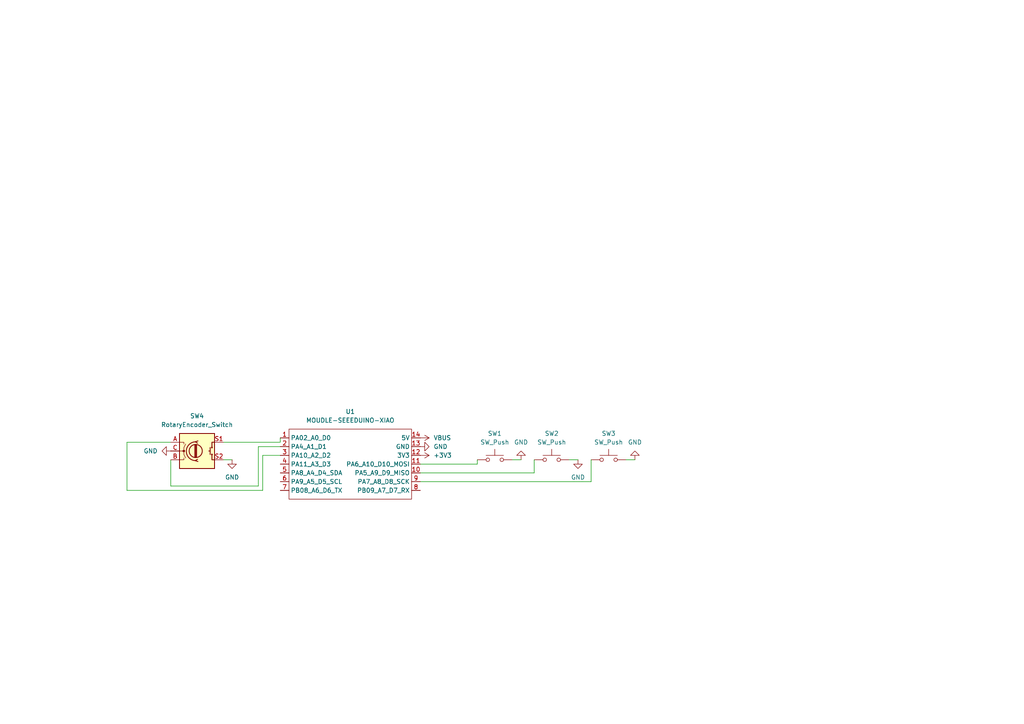
<source format=kicad_sch>
(kicad_sch
	(version 20250114)
	(generator "eeschema")
	(generator_version "9.0")
	(uuid "cb75c3c4-471f-4960-9387-f231c1af4c95")
	(paper "A4")
	(lib_symbols
		(symbol "Device:RotaryEncoder_Switch"
			(pin_names
				(offset 0.254)
				(hide yes)
			)
			(exclude_from_sim no)
			(in_bom yes)
			(on_board yes)
			(property "Reference" "SW"
				(at 0 6.604 0)
				(effects
					(font
						(size 1.27 1.27)
					)
				)
			)
			(property "Value" "RotaryEncoder_Switch"
				(at 0 -6.604 0)
				(effects
					(font
						(size 1.27 1.27)
					)
				)
			)
			(property "Footprint" ""
				(at -3.81 4.064 0)
				(effects
					(font
						(size 1.27 1.27)
					)
					(hide yes)
				)
			)
			(property "Datasheet" "~"
				(at 0 6.604 0)
				(effects
					(font
						(size 1.27 1.27)
					)
					(hide yes)
				)
			)
			(property "Description" "Rotary encoder, dual channel, incremental quadrate outputs, with switch"
				(at 0 0 0)
				(effects
					(font
						(size 1.27 1.27)
					)
					(hide yes)
				)
			)
			(property "ki_keywords" "rotary switch encoder switch push button"
				(at 0 0 0)
				(effects
					(font
						(size 1.27 1.27)
					)
					(hide yes)
				)
			)
			(property "ki_fp_filters" "RotaryEncoder*Switch*"
				(at 0 0 0)
				(effects
					(font
						(size 1.27 1.27)
					)
					(hide yes)
				)
			)
			(symbol "RotaryEncoder_Switch_0_1"
				(rectangle
					(start -5.08 5.08)
					(end 5.08 -5.08)
					(stroke
						(width 0.254)
						(type default)
					)
					(fill
						(type background)
					)
				)
				(polyline
					(pts
						(xy -5.08 2.54) (xy -3.81 2.54) (xy -3.81 2.032)
					)
					(stroke
						(width 0)
						(type default)
					)
					(fill
						(type none)
					)
				)
				(polyline
					(pts
						(xy -5.08 0) (xy -3.81 0) (xy -3.81 -1.016) (xy -3.302 -2.032)
					)
					(stroke
						(width 0)
						(type default)
					)
					(fill
						(type none)
					)
				)
				(polyline
					(pts
						(xy -5.08 -2.54) (xy -3.81 -2.54) (xy -3.81 -2.032)
					)
					(stroke
						(width 0)
						(type default)
					)
					(fill
						(type none)
					)
				)
				(polyline
					(pts
						(xy -4.318 0) (xy -3.81 0) (xy -3.81 1.016) (xy -3.302 2.032)
					)
					(stroke
						(width 0)
						(type default)
					)
					(fill
						(type none)
					)
				)
				(circle
					(center -3.81 0)
					(radius 0.254)
					(stroke
						(width 0)
						(type default)
					)
					(fill
						(type outline)
					)
				)
				(polyline
					(pts
						(xy -0.635 -1.778) (xy -0.635 1.778)
					)
					(stroke
						(width 0.254)
						(type default)
					)
					(fill
						(type none)
					)
				)
				(circle
					(center -0.381 0)
					(radius 1.905)
					(stroke
						(width 0.254)
						(type default)
					)
					(fill
						(type none)
					)
				)
				(polyline
					(pts
						(xy -0.381 -1.778) (xy -0.381 1.778)
					)
					(stroke
						(width 0.254)
						(type default)
					)
					(fill
						(type none)
					)
				)
				(arc
					(start -0.381 -2.794)
					(mid -3.0988 -0.0635)
					(end -0.381 2.667)
					(stroke
						(width 0.254)
						(type default)
					)
					(fill
						(type none)
					)
				)
				(polyline
					(pts
						(xy -0.127 1.778) (xy -0.127 -1.778)
					)
					(stroke
						(width 0.254)
						(type default)
					)
					(fill
						(type none)
					)
				)
				(polyline
					(pts
						(xy 0.254 2.921) (xy -0.508 2.667) (xy 0.127 2.286)
					)
					(stroke
						(width 0.254)
						(type default)
					)
					(fill
						(type none)
					)
				)
				(polyline
					(pts
						(xy 0.254 -3.048) (xy -0.508 -2.794) (xy 0.127 -2.413)
					)
					(stroke
						(width 0.254)
						(type default)
					)
					(fill
						(type none)
					)
				)
				(polyline
					(pts
						(xy 3.81 1.016) (xy 3.81 -1.016)
					)
					(stroke
						(width 0.254)
						(type default)
					)
					(fill
						(type none)
					)
				)
				(polyline
					(pts
						(xy 3.81 0) (xy 3.429 0)
					)
					(stroke
						(width 0.254)
						(type default)
					)
					(fill
						(type none)
					)
				)
				(circle
					(center 4.318 1.016)
					(radius 0.127)
					(stroke
						(width 0.254)
						(type default)
					)
					(fill
						(type none)
					)
				)
				(circle
					(center 4.318 -1.016)
					(radius 0.127)
					(stroke
						(width 0.254)
						(type default)
					)
					(fill
						(type none)
					)
				)
				(polyline
					(pts
						(xy 5.08 2.54) (xy 4.318 2.54) (xy 4.318 1.016)
					)
					(stroke
						(width 0.254)
						(type default)
					)
					(fill
						(type none)
					)
				)
				(polyline
					(pts
						(xy 5.08 -2.54) (xy 4.318 -2.54) (xy 4.318 -1.016)
					)
					(stroke
						(width 0.254)
						(type default)
					)
					(fill
						(type none)
					)
				)
			)
			(symbol "RotaryEncoder_Switch_1_1"
				(pin passive line
					(at -7.62 2.54 0)
					(length 2.54)
					(name "A"
						(effects
							(font
								(size 1.27 1.27)
							)
						)
					)
					(number "A"
						(effects
							(font
								(size 1.27 1.27)
							)
						)
					)
				)
				(pin passive line
					(at -7.62 0 0)
					(length 2.54)
					(name "C"
						(effects
							(font
								(size 1.27 1.27)
							)
						)
					)
					(number "C"
						(effects
							(font
								(size 1.27 1.27)
							)
						)
					)
				)
				(pin passive line
					(at -7.62 -2.54 0)
					(length 2.54)
					(name "B"
						(effects
							(font
								(size 1.27 1.27)
							)
						)
					)
					(number "B"
						(effects
							(font
								(size 1.27 1.27)
							)
						)
					)
				)
				(pin passive line
					(at 7.62 2.54 180)
					(length 2.54)
					(name "S1"
						(effects
							(font
								(size 1.27 1.27)
							)
						)
					)
					(number "S1"
						(effects
							(font
								(size 1.27 1.27)
							)
						)
					)
				)
				(pin passive line
					(at 7.62 -2.54 180)
					(length 2.54)
					(name "S2"
						(effects
							(font
								(size 1.27 1.27)
							)
						)
					)
					(number "S2"
						(effects
							(font
								(size 1.27 1.27)
							)
						)
					)
				)
			)
			(embedded_fonts no)
		)
		(symbol "Switch:SW_Push"
			(pin_numbers
				(hide yes)
			)
			(pin_names
				(offset 1.016)
				(hide yes)
			)
			(exclude_from_sim no)
			(in_bom yes)
			(on_board yes)
			(property "Reference" "SW"
				(at 1.27 2.54 0)
				(effects
					(font
						(size 1.27 1.27)
					)
					(justify left)
				)
			)
			(property "Value" "SW_Push"
				(at 0 -1.524 0)
				(effects
					(font
						(size 1.27 1.27)
					)
				)
			)
			(property "Footprint" ""
				(at 0 5.08 0)
				(effects
					(font
						(size 1.27 1.27)
					)
					(hide yes)
				)
			)
			(property "Datasheet" "~"
				(at 0 5.08 0)
				(effects
					(font
						(size 1.27 1.27)
					)
					(hide yes)
				)
			)
			(property "Description" "Push button switch, generic, two pins"
				(at 0 0 0)
				(effects
					(font
						(size 1.27 1.27)
					)
					(hide yes)
				)
			)
			(property "ki_keywords" "switch normally-open pushbutton push-button"
				(at 0 0 0)
				(effects
					(font
						(size 1.27 1.27)
					)
					(hide yes)
				)
			)
			(symbol "SW_Push_0_1"
				(circle
					(center -2.032 0)
					(radius 0.508)
					(stroke
						(width 0)
						(type default)
					)
					(fill
						(type none)
					)
				)
				(polyline
					(pts
						(xy 0 1.27) (xy 0 3.048)
					)
					(stroke
						(width 0)
						(type default)
					)
					(fill
						(type none)
					)
				)
				(circle
					(center 2.032 0)
					(radius 0.508)
					(stroke
						(width 0)
						(type default)
					)
					(fill
						(type none)
					)
				)
				(polyline
					(pts
						(xy 2.54 1.27) (xy -2.54 1.27)
					)
					(stroke
						(width 0)
						(type default)
					)
					(fill
						(type none)
					)
				)
				(pin passive line
					(at -5.08 0 0)
					(length 2.54)
					(name "1"
						(effects
							(font
								(size 1.27 1.27)
							)
						)
					)
					(number "1"
						(effects
							(font
								(size 1.27 1.27)
							)
						)
					)
				)
				(pin passive line
					(at 5.08 0 180)
					(length 2.54)
					(name "2"
						(effects
							(font
								(size 1.27 1.27)
							)
						)
					)
					(number "2"
						(effects
							(font
								(size 1.27 1.27)
							)
						)
					)
				)
			)
			(embedded_fonts no)
		)
		(symbol "XIAO RP2040:MOUDLE-SEEEDUINO-XIAO"
			(exclude_from_sim no)
			(in_bom yes)
			(on_board yes)
			(property "Reference" "U"
				(at -16.51 11.43 0)
				(effects
					(font
						(size 1.27 1.27)
					)
				)
			)
			(property "Value" "MOUDLE-SEEEDUINO-XIAO"
				(at -3.81 -11.43 0)
				(effects
					(font
						(size 1.27 1.27)
					)
				)
			)
			(property "Footprint" ""
				(at -16.51 2.54 0)
				(effects
					(font
						(size 1.27 1.27)
					)
					(hide yes)
				)
			)
			(property "Datasheet" ""
				(at -16.51 2.54 0)
				(effects
					(font
						(size 1.27 1.27)
					)
					(hide yes)
				)
			)
			(property "Description" ""
				(at 0 0 0)
				(effects
					(font
						(size 1.27 1.27)
					)
					(hide yes)
				)
			)
			(symbol "MOUDLE-SEEEDUINO-XIAO_0_1"
				(rectangle
					(start -16.51 10.16)
					(end 19.05 -10.16)
					(stroke
						(width 0)
						(type default)
					)
					(fill
						(type none)
					)
				)
			)
			(symbol "MOUDLE-SEEEDUINO-XIAO_1_1"
				(pin passive line
					(at -19.05 7.62 0)
					(length 2.54)
					(name "PA02_A0_D0"
						(effects
							(font
								(size 1.27 1.27)
							)
						)
					)
					(number "1"
						(effects
							(font
								(size 1.27 1.27)
							)
						)
					)
				)
				(pin passive line
					(at -19.05 5.08 0)
					(length 2.54)
					(name "PA4_A1_D1"
						(effects
							(font
								(size 1.27 1.27)
							)
						)
					)
					(number "2"
						(effects
							(font
								(size 1.27 1.27)
							)
						)
					)
				)
				(pin passive line
					(at -19.05 2.54 0)
					(length 2.54)
					(name "PA10_A2_D2"
						(effects
							(font
								(size 1.27 1.27)
							)
						)
					)
					(number "3"
						(effects
							(font
								(size 1.27 1.27)
							)
						)
					)
				)
				(pin passive line
					(at -19.05 0 0)
					(length 2.54)
					(name "PA11_A3_D3"
						(effects
							(font
								(size 1.27 1.27)
							)
						)
					)
					(number "4"
						(effects
							(font
								(size 1.27 1.27)
							)
						)
					)
				)
				(pin passive line
					(at -19.05 -2.54 0)
					(length 2.54)
					(name "PA8_A4_D4_SDA"
						(effects
							(font
								(size 1.27 1.27)
							)
						)
					)
					(number "5"
						(effects
							(font
								(size 1.27 1.27)
							)
						)
					)
				)
				(pin passive line
					(at -19.05 -5.08 0)
					(length 2.54)
					(name "PA9_A5_D5_SCL"
						(effects
							(font
								(size 1.27 1.27)
							)
						)
					)
					(number "6"
						(effects
							(font
								(size 1.27 1.27)
							)
						)
					)
				)
				(pin passive line
					(at -19.05 -7.62 0)
					(length 2.54)
					(name "PB08_A6_D6_TX"
						(effects
							(font
								(size 1.27 1.27)
							)
						)
					)
					(number "7"
						(effects
							(font
								(size 1.27 1.27)
							)
						)
					)
				)
				(pin passive line
					(at 21.59 7.62 180)
					(length 2.54)
					(name "5V"
						(effects
							(font
								(size 1.27 1.27)
							)
						)
					)
					(number "14"
						(effects
							(font
								(size 1.27 1.27)
							)
						)
					)
				)
				(pin passive line
					(at 21.59 5.08 180)
					(length 2.54)
					(name "GND"
						(effects
							(font
								(size 1.27 1.27)
							)
						)
					)
					(number "13"
						(effects
							(font
								(size 1.27 1.27)
							)
						)
					)
				)
				(pin passive line
					(at 21.59 2.54 180)
					(length 2.54)
					(name "3V3"
						(effects
							(font
								(size 1.27 1.27)
							)
						)
					)
					(number "12"
						(effects
							(font
								(size 1.27 1.27)
							)
						)
					)
				)
				(pin passive line
					(at 21.59 0 180)
					(length 2.54)
					(name "PA6_A10_D10_MOSI"
						(effects
							(font
								(size 1.27 1.27)
							)
						)
					)
					(number "11"
						(effects
							(font
								(size 1.27 1.27)
							)
						)
					)
				)
				(pin passive line
					(at 21.59 -2.54 180)
					(length 2.54)
					(name "PA5_A9_D9_MISO"
						(effects
							(font
								(size 1.27 1.27)
							)
						)
					)
					(number "10"
						(effects
							(font
								(size 1.27 1.27)
							)
						)
					)
				)
				(pin passive line
					(at 21.59 -5.08 180)
					(length 2.54)
					(name "PA7_A8_D8_SCK"
						(effects
							(font
								(size 1.27 1.27)
							)
						)
					)
					(number "9"
						(effects
							(font
								(size 1.27 1.27)
							)
						)
					)
				)
				(pin passive line
					(at 21.59 -7.62 180)
					(length 2.54)
					(name "PB09_A7_D7_RX"
						(effects
							(font
								(size 1.27 1.27)
							)
						)
					)
					(number "8"
						(effects
							(font
								(size 1.27 1.27)
							)
						)
					)
				)
			)
			(embedded_fonts no)
		)
		(symbol "power:+3V3"
			(power)
			(pin_numbers
				(hide yes)
			)
			(pin_names
				(offset 0)
				(hide yes)
			)
			(exclude_from_sim no)
			(in_bom yes)
			(on_board yes)
			(property "Reference" "#PWR"
				(at 0 -3.81 0)
				(effects
					(font
						(size 1.27 1.27)
					)
					(hide yes)
				)
			)
			(property "Value" "+3V3"
				(at 0 3.556 0)
				(effects
					(font
						(size 1.27 1.27)
					)
				)
			)
			(property "Footprint" ""
				(at 0 0 0)
				(effects
					(font
						(size 1.27 1.27)
					)
					(hide yes)
				)
			)
			(property "Datasheet" ""
				(at 0 0 0)
				(effects
					(font
						(size 1.27 1.27)
					)
					(hide yes)
				)
			)
			(property "Description" "Power symbol creates a global label with name \"+3V3\""
				(at 0 0 0)
				(effects
					(font
						(size 1.27 1.27)
					)
					(hide yes)
				)
			)
			(property "ki_keywords" "global power"
				(at 0 0 0)
				(effects
					(font
						(size 1.27 1.27)
					)
					(hide yes)
				)
			)
			(symbol "+3V3_0_1"
				(polyline
					(pts
						(xy -0.762 1.27) (xy 0 2.54)
					)
					(stroke
						(width 0)
						(type default)
					)
					(fill
						(type none)
					)
				)
				(polyline
					(pts
						(xy 0 2.54) (xy 0.762 1.27)
					)
					(stroke
						(width 0)
						(type default)
					)
					(fill
						(type none)
					)
				)
				(polyline
					(pts
						(xy 0 0) (xy 0 2.54)
					)
					(stroke
						(width 0)
						(type default)
					)
					(fill
						(type none)
					)
				)
			)
			(symbol "+3V3_1_1"
				(pin power_in line
					(at 0 0 90)
					(length 0)
					(name "~"
						(effects
							(font
								(size 1.27 1.27)
							)
						)
					)
					(number "1"
						(effects
							(font
								(size 1.27 1.27)
							)
						)
					)
				)
			)
			(embedded_fonts no)
		)
		(symbol "power:GND"
			(power)
			(pin_numbers
				(hide yes)
			)
			(pin_names
				(offset 0)
				(hide yes)
			)
			(exclude_from_sim no)
			(in_bom yes)
			(on_board yes)
			(property "Reference" "#PWR"
				(at 0 -6.35 0)
				(effects
					(font
						(size 1.27 1.27)
					)
					(hide yes)
				)
			)
			(property "Value" "GND"
				(at 0 -3.81 0)
				(effects
					(font
						(size 1.27 1.27)
					)
				)
			)
			(property "Footprint" ""
				(at 0 0 0)
				(effects
					(font
						(size 1.27 1.27)
					)
					(hide yes)
				)
			)
			(property "Datasheet" ""
				(at 0 0 0)
				(effects
					(font
						(size 1.27 1.27)
					)
					(hide yes)
				)
			)
			(property "Description" "Power symbol creates a global label with name \"GND\" , ground"
				(at 0 0 0)
				(effects
					(font
						(size 1.27 1.27)
					)
					(hide yes)
				)
			)
			(property "ki_keywords" "global power"
				(at 0 0 0)
				(effects
					(font
						(size 1.27 1.27)
					)
					(hide yes)
				)
			)
			(symbol "GND_0_1"
				(polyline
					(pts
						(xy 0 0) (xy 0 -1.27) (xy 1.27 -1.27) (xy 0 -2.54) (xy -1.27 -1.27) (xy 0 -1.27)
					)
					(stroke
						(width 0)
						(type default)
					)
					(fill
						(type none)
					)
				)
			)
			(symbol "GND_1_1"
				(pin power_in line
					(at 0 0 270)
					(length 0)
					(name "~"
						(effects
							(font
								(size 1.27 1.27)
							)
						)
					)
					(number "1"
						(effects
							(font
								(size 1.27 1.27)
							)
						)
					)
				)
			)
			(embedded_fonts no)
		)
		(symbol "power:VBUS"
			(power)
			(pin_numbers
				(hide yes)
			)
			(pin_names
				(offset 0)
				(hide yes)
			)
			(exclude_from_sim no)
			(in_bom yes)
			(on_board yes)
			(property "Reference" "#PWR"
				(at 0 -3.81 0)
				(effects
					(font
						(size 1.27 1.27)
					)
					(hide yes)
				)
			)
			(property "Value" "VBUS"
				(at 0 3.556 0)
				(effects
					(font
						(size 1.27 1.27)
					)
				)
			)
			(property "Footprint" ""
				(at 0 0 0)
				(effects
					(font
						(size 1.27 1.27)
					)
					(hide yes)
				)
			)
			(property "Datasheet" ""
				(at 0 0 0)
				(effects
					(font
						(size 1.27 1.27)
					)
					(hide yes)
				)
			)
			(property "Description" "Power symbol creates a global label with name \"VBUS\""
				(at 0 0 0)
				(effects
					(font
						(size 1.27 1.27)
					)
					(hide yes)
				)
			)
			(property "ki_keywords" "global power"
				(at 0 0 0)
				(effects
					(font
						(size 1.27 1.27)
					)
					(hide yes)
				)
			)
			(symbol "VBUS_0_1"
				(polyline
					(pts
						(xy -0.762 1.27) (xy 0 2.54)
					)
					(stroke
						(width 0)
						(type default)
					)
					(fill
						(type none)
					)
				)
				(polyline
					(pts
						(xy 0 2.54) (xy 0.762 1.27)
					)
					(stroke
						(width 0)
						(type default)
					)
					(fill
						(type none)
					)
				)
				(polyline
					(pts
						(xy 0 0) (xy 0 2.54)
					)
					(stroke
						(width 0)
						(type default)
					)
					(fill
						(type none)
					)
				)
			)
			(symbol "VBUS_1_1"
				(pin power_in line
					(at 0 0 90)
					(length 0)
					(name "~"
						(effects
							(font
								(size 1.27 1.27)
							)
						)
					)
					(number "1"
						(effects
							(font
								(size 1.27 1.27)
							)
						)
					)
				)
			)
			(embedded_fonts no)
		)
	)
	(wire
		(pts
			(xy 138.43 134.62) (xy 138.43 133.35)
		)
		(stroke
			(width 0)
			(type default)
		)
		(uuid "01716ca4-3fc8-4fac-b3cf-d47d932b3748")
	)
	(wire
		(pts
			(xy 64.77 133.35) (xy 67.31 133.35)
		)
		(stroke
			(width 0)
			(type default)
		)
		(uuid "08ab1cf2-982c-4375-922a-c9f147ee735a")
	)
	(wire
		(pts
			(xy 121.92 134.62) (xy 138.43 134.62)
		)
		(stroke
			(width 0)
			(type default)
		)
		(uuid "0b8506b0-59df-4aad-80db-de9e7259a977")
	)
	(wire
		(pts
			(xy 148.59 133.35) (xy 151.13 133.35)
		)
		(stroke
			(width 0)
			(type default)
		)
		(uuid "180aa9ee-a6e7-4d2f-afab-50cd2628be15")
	)
	(wire
		(pts
			(xy 165.1 133.35) (xy 167.64 133.35)
		)
		(stroke
			(width 0)
			(type default)
		)
		(uuid "40380f27-3a9c-41e1-bd83-ac850dc73153")
	)
	(wire
		(pts
			(xy 64.77 128.27) (xy 81.28 128.27)
		)
		(stroke
			(width 0)
			(type default)
		)
		(uuid "51de0e46-7d0a-4cdd-8965-b396bd4b8c9b")
	)
	(wire
		(pts
			(xy 74.93 140.97) (xy 74.93 129.54)
		)
		(stroke
			(width 0)
			(type default)
		)
		(uuid "58534714-8743-496c-9118-27c4032f6ba7")
	)
	(wire
		(pts
			(xy 36.83 142.24) (xy 76.2 142.24)
		)
		(stroke
			(width 0)
			(type default)
		)
		(uuid "5f87305a-e3cb-4b05-aa6f-bf62e1561870")
	)
	(wire
		(pts
			(xy 154.94 137.16) (xy 154.94 133.35)
		)
		(stroke
			(width 0)
			(type default)
		)
		(uuid "632f7ed3-61b7-427c-ac7a-ab783a83b02c")
	)
	(wire
		(pts
			(xy 121.92 139.7) (xy 171.45 139.7)
		)
		(stroke
			(width 0)
			(type default)
		)
		(uuid "6dae4420-b93c-4155-ade0-d12c1e4f3b2f")
	)
	(wire
		(pts
			(xy 81.28 128.27) (xy 81.28 127)
		)
		(stroke
			(width 0)
			(type default)
		)
		(uuid "7052ab8d-f424-4a1c-98ca-b90403f37cbe")
	)
	(wire
		(pts
			(xy 49.53 140.97) (xy 74.93 140.97)
		)
		(stroke
			(width 0)
			(type default)
		)
		(uuid "72023b5a-f3e6-4573-b7bf-099c6d5eff1d")
	)
	(wire
		(pts
			(xy 76.2 132.08) (xy 81.28 132.08)
		)
		(stroke
			(width 0)
			(type default)
		)
		(uuid "8b7cad76-3425-4ff0-8108-fd23996ad26a")
	)
	(wire
		(pts
			(xy 74.93 129.54) (xy 81.28 129.54)
		)
		(stroke
			(width 0)
			(type default)
		)
		(uuid "940fb07e-fc5b-4551-bbe3-09b1271eee97")
	)
	(wire
		(pts
			(xy 121.92 137.16) (xy 154.94 137.16)
		)
		(stroke
			(width 0)
			(type default)
		)
		(uuid "b235bd67-05c1-4596-a1e4-3525dc391afe")
	)
	(wire
		(pts
			(xy 76.2 142.24) (xy 76.2 132.08)
		)
		(stroke
			(width 0)
			(type default)
		)
		(uuid "ceaea285-1529-4f43-a964-a9088a5a3234")
	)
	(wire
		(pts
			(xy 49.53 133.35) (xy 49.53 140.97)
		)
		(stroke
			(width 0)
			(type default)
		)
		(uuid "d4194c38-efcc-4f42-9ef3-4a6e5699aaa6")
	)
	(wire
		(pts
			(xy 49.53 128.27) (xy 36.83 128.27)
		)
		(stroke
			(width 0)
			(type default)
		)
		(uuid "d4dd7347-d65e-46fa-9e26-678d89a29cf1")
	)
	(wire
		(pts
			(xy 171.45 139.7) (xy 171.45 133.35)
		)
		(stroke
			(width 0)
			(type default)
		)
		(uuid "decd6c94-5202-4db8-8ce8-c87027e423a2")
	)
	(wire
		(pts
			(xy 181.61 133.35) (xy 184.15 133.35)
		)
		(stroke
			(width 0)
			(type default)
		)
		(uuid "e3606958-2c19-4625-b55d-2d6c0c674a8c")
	)
	(wire
		(pts
			(xy 36.83 128.27) (xy 36.83 142.24)
		)
		(stroke
			(width 0)
			(type default)
		)
		(uuid "f95bdeeb-5b92-42f3-a785-fb3367d56c89")
	)
	(symbol
		(lib_id "power:GND")
		(at 151.13 133.35 180)
		(unit 1)
		(exclude_from_sim no)
		(in_bom yes)
		(on_board yes)
		(dnp no)
		(fields_autoplaced yes)
		(uuid "15feb53f-41c0-4559-b4f8-84fd00b38db2")
		(property "Reference" "#PWR06"
			(at 151.13 127 0)
			(effects
				(font
					(size 1.27 1.27)
				)
				(hide yes)
			)
		)
		(property "Value" "GND"
			(at 151.13 128.27 0)
			(effects
				(font
					(size 1.27 1.27)
				)
			)
		)
		(property "Footprint" ""
			(at 151.13 133.35 0)
			(effects
				(font
					(size 1.27 1.27)
				)
				(hide yes)
			)
		)
		(property "Datasheet" ""
			(at 151.13 133.35 0)
			(effects
				(font
					(size 1.27 1.27)
				)
				(hide yes)
			)
		)
		(property "Description" "Power symbol creates a global label with name \"GND\" , ground"
			(at 151.13 133.35 0)
			(effects
				(font
					(size 1.27 1.27)
				)
				(hide yes)
			)
		)
		(pin "1"
			(uuid "a6fda7d7-0d0f-4eb5-8d60-43c1418ddb48")
		)
		(instances
			(project ""
				(path "/cb75c3c4-471f-4960-9387-f231c1af4c95"
					(reference "#PWR06")
					(unit 1)
				)
			)
		)
	)
	(symbol
		(lib_id "Switch:SW_Push")
		(at 143.51 133.35 0)
		(unit 1)
		(exclude_from_sim no)
		(in_bom yes)
		(on_board yes)
		(dnp no)
		(fields_autoplaced yes)
		(uuid "17094c24-147c-4a26-9ac5-b9a34e5a19fc")
		(property "Reference" "SW1"
			(at 143.51 125.73 0)
			(effects
				(font
					(size 1.27 1.27)
				)
			)
		)
		(property "Value" "SW_Push"
			(at 143.51 128.27 0)
			(effects
				(font
					(size 1.27 1.27)
				)
			)
		)
		(property "Footprint" "Button_Switch_Keyboard:SW_Cherry_MX_1.00u_PCB"
			(at 143.51 128.27 0)
			(effects
				(font
					(size 1.27 1.27)
				)
				(hide yes)
			)
		)
		(property "Datasheet" "~"
			(at 143.51 128.27 0)
			(effects
				(font
					(size 1.27 1.27)
				)
				(hide yes)
			)
		)
		(property "Description" "Push button switch, generic, two pins"
			(at 143.51 133.35 0)
			(effects
				(font
					(size 1.27 1.27)
				)
				(hide yes)
			)
		)
		(pin "2"
			(uuid "65e4927d-9f76-4e4a-af45-4813f9895769")
		)
		(pin "1"
			(uuid "2009b7bc-4dc2-4028-ad1a-a0ac07015773")
		)
		(instances
			(project ""
				(path "/cb75c3c4-471f-4960-9387-f231c1af4c95"
					(reference "SW1")
					(unit 1)
				)
			)
		)
	)
	(symbol
		(lib_id "power:GND")
		(at 167.64 133.35 0)
		(unit 1)
		(exclude_from_sim no)
		(in_bom yes)
		(on_board yes)
		(dnp no)
		(fields_autoplaced yes)
		(uuid "1d5735bc-2c17-4280-9f88-88b24aaa7e98")
		(property "Reference" "#PWR07"
			(at 167.64 139.7 0)
			(effects
				(font
					(size 1.27 1.27)
				)
				(hide yes)
			)
		)
		(property "Value" "GND"
			(at 167.64 138.43 0)
			(effects
				(font
					(size 1.27 1.27)
				)
			)
		)
		(property "Footprint" ""
			(at 167.64 133.35 0)
			(effects
				(font
					(size 1.27 1.27)
				)
				(hide yes)
			)
		)
		(property "Datasheet" ""
			(at 167.64 133.35 0)
			(effects
				(font
					(size 1.27 1.27)
				)
				(hide yes)
			)
		)
		(property "Description" "Power symbol creates a global label with name \"GND\" , ground"
			(at 167.64 133.35 0)
			(effects
				(font
					(size 1.27 1.27)
				)
				(hide yes)
			)
		)
		(pin "1"
			(uuid "016805fd-c373-48cf-bca5-ce77cd521ee8")
		)
		(instances
			(project ""
				(path "/cb75c3c4-471f-4960-9387-f231c1af4c95"
					(reference "#PWR07")
					(unit 1)
				)
			)
		)
	)
	(symbol
		(lib_id "power:+3V3")
		(at 121.92 132.08 270)
		(unit 1)
		(exclude_from_sim no)
		(in_bom yes)
		(on_board yes)
		(dnp no)
		(fields_autoplaced yes)
		(uuid "2539d964-2b0a-4144-8b2f-f9e1616d6219")
		(property "Reference" "#PWR04"
			(at 118.11 132.08 0)
			(effects
				(font
					(size 1.27 1.27)
				)
				(hide yes)
			)
		)
		(property "Value" "+3V3"
			(at 125.73 132.0799 90)
			(effects
				(font
					(size 1.27 1.27)
				)
				(justify left)
			)
		)
		(property "Footprint" ""
			(at 121.92 132.08 0)
			(effects
				(font
					(size 1.27 1.27)
				)
				(hide yes)
			)
		)
		(property "Datasheet" ""
			(at 121.92 132.08 0)
			(effects
				(font
					(size 1.27 1.27)
				)
				(hide yes)
			)
		)
		(property "Description" "Power symbol creates a global label with name \"+3V3\""
			(at 121.92 132.08 0)
			(effects
				(font
					(size 1.27 1.27)
				)
				(hide yes)
			)
		)
		(pin "1"
			(uuid "e73f2c65-c60f-44cd-b4d9-77ac5a47c4ec")
		)
		(instances
			(project ""
				(path "/cb75c3c4-471f-4960-9387-f231c1af4c95"
					(reference "#PWR04")
					(unit 1)
				)
			)
		)
	)
	(symbol
		(lib_id "power:VBUS")
		(at 121.92 127 270)
		(unit 1)
		(exclude_from_sim no)
		(in_bom yes)
		(on_board yes)
		(dnp no)
		(fields_autoplaced yes)
		(uuid "25a522ff-3ab5-47a6-937c-6f5b23f703ee")
		(property "Reference" "#PWR05"
			(at 118.11 127 0)
			(effects
				(font
					(size 1.27 1.27)
				)
				(hide yes)
			)
		)
		(property "Value" "VBUS"
			(at 125.73 126.9999 90)
			(effects
				(font
					(size 1.27 1.27)
				)
				(justify left)
			)
		)
		(property "Footprint" ""
			(at 121.92 127 0)
			(effects
				(font
					(size 1.27 1.27)
				)
				(hide yes)
			)
		)
		(property "Datasheet" ""
			(at 121.92 127 0)
			(effects
				(font
					(size 1.27 1.27)
				)
				(hide yes)
			)
		)
		(property "Description" "Power symbol creates a global label with name \"VBUS\""
			(at 121.92 127 0)
			(effects
				(font
					(size 1.27 1.27)
				)
				(hide yes)
			)
		)
		(pin "1"
			(uuid "3649a114-d061-4053-8bb9-2d07a5ab16a9")
		)
		(instances
			(project ""
				(path "/cb75c3c4-471f-4960-9387-f231c1af4c95"
					(reference "#PWR05")
					(unit 1)
				)
			)
		)
	)
	(symbol
		(lib_id "power:GND")
		(at 49.53 130.81 270)
		(unit 1)
		(exclude_from_sim no)
		(in_bom yes)
		(on_board yes)
		(dnp no)
		(fields_autoplaced yes)
		(uuid "440d1fc3-3627-4e21-9c81-0ec8e58b2e41")
		(property "Reference" "#PWR02"
			(at 43.18 130.81 0)
			(effects
				(font
					(size 1.27 1.27)
				)
				(hide yes)
			)
		)
		(property "Value" "GND"
			(at 45.72 130.8099 90)
			(effects
				(font
					(size 1.27 1.27)
				)
				(justify right)
			)
		)
		(property "Footprint" ""
			(at 49.53 130.81 0)
			(effects
				(font
					(size 1.27 1.27)
				)
				(hide yes)
			)
		)
		(property "Datasheet" ""
			(at 49.53 130.81 0)
			(effects
				(font
					(size 1.27 1.27)
				)
				(hide yes)
			)
		)
		(property "Description" "Power symbol creates a global label with name \"GND\" , ground"
			(at 49.53 130.81 0)
			(effects
				(font
					(size 1.27 1.27)
				)
				(hide yes)
			)
		)
		(pin "1"
			(uuid "d7befe4c-ec55-4938-9e69-f7337c03d940")
		)
		(instances
			(project ""
				(path "/cb75c3c4-471f-4960-9387-f231c1af4c95"
					(reference "#PWR02")
					(unit 1)
				)
			)
		)
	)
	(symbol
		(lib_id "power:GND")
		(at 184.15 133.35 180)
		(unit 1)
		(exclude_from_sim no)
		(in_bom yes)
		(on_board yes)
		(dnp no)
		(fields_autoplaced yes)
		(uuid "5cb1e07a-3558-4edc-825e-775785ed2c52")
		(property "Reference" "#PWR08"
			(at 184.15 127 0)
			(effects
				(font
					(size 1.27 1.27)
				)
				(hide yes)
			)
		)
		(property "Value" "GND"
			(at 184.15 128.27 0)
			(effects
				(font
					(size 1.27 1.27)
				)
			)
		)
		(property "Footprint" ""
			(at 184.15 133.35 0)
			(effects
				(font
					(size 1.27 1.27)
				)
				(hide yes)
			)
		)
		(property "Datasheet" ""
			(at 184.15 133.35 0)
			(effects
				(font
					(size 1.27 1.27)
				)
				(hide yes)
			)
		)
		(property "Description" "Power symbol creates a global label with name \"GND\" , ground"
			(at 184.15 133.35 0)
			(effects
				(font
					(size 1.27 1.27)
				)
				(hide yes)
			)
		)
		(pin "1"
			(uuid "bf855f04-31db-4d15-9349-e13e0d3edd72")
		)
		(instances
			(project ""
				(path "/cb75c3c4-471f-4960-9387-f231c1af4c95"
					(reference "#PWR08")
					(unit 1)
				)
			)
		)
	)
	(symbol
		(lib_id "power:GND")
		(at 67.31 133.35 0)
		(unit 1)
		(exclude_from_sim no)
		(in_bom yes)
		(on_board yes)
		(dnp no)
		(fields_autoplaced yes)
		(uuid "68b4a790-0c52-4d0b-ab92-aa53996ec1ab")
		(property "Reference" "#PWR01"
			(at 67.31 139.7 0)
			(effects
				(font
					(size 1.27 1.27)
				)
				(hide yes)
			)
		)
		(property "Value" "GND"
			(at 67.31 138.43 0)
			(effects
				(font
					(size 1.27 1.27)
				)
			)
		)
		(property "Footprint" ""
			(at 67.31 133.35 0)
			(effects
				(font
					(size 1.27 1.27)
				)
				(hide yes)
			)
		)
		(property "Datasheet" ""
			(at 67.31 133.35 0)
			(effects
				(font
					(size 1.27 1.27)
				)
				(hide yes)
			)
		)
		(property "Description" "Power symbol creates a global label with name \"GND\" , ground"
			(at 67.31 133.35 0)
			(effects
				(font
					(size 1.27 1.27)
				)
				(hide yes)
			)
		)
		(pin "1"
			(uuid "62eada39-1633-4375-b05a-67bce9f430f4")
		)
		(instances
			(project ""
				(path "/cb75c3c4-471f-4960-9387-f231c1af4c95"
					(reference "#PWR01")
					(unit 1)
				)
			)
		)
	)
	(symbol
		(lib_id "XIAO RP2040:MOUDLE-SEEEDUINO-XIAO")
		(at 100.33 134.62 0)
		(unit 1)
		(exclude_from_sim no)
		(in_bom yes)
		(on_board yes)
		(dnp no)
		(fields_autoplaced yes)
		(uuid "81434c98-d7d2-43a8-81d7-ae1f1537aab1")
		(property "Reference" "U1"
			(at 101.6 119.38 0)
			(effects
				(font
					(size 1.27 1.27)
				)
			)
		)
		(property "Value" "MOUDLE-SEEEDUINO-XIAO"
			(at 101.6 121.92 0)
			(effects
				(font
					(size 1.27 1.27)
				)
			)
		)
		(property "Footprint" "PAD Lib:XIAO-Generic-Hybrid-14P-2.54-21X17.8MM"
			(at 83.82 132.08 0)
			(effects
				(font
					(size 1.27 1.27)
				)
				(hide yes)
			)
		)
		(property "Datasheet" ""
			(at 83.82 132.08 0)
			(effects
				(font
					(size 1.27 1.27)
				)
				(hide yes)
			)
		)
		(property "Description" ""
			(at 100.33 134.62 0)
			(effects
				(font
					(size 1.27 1.27)
				)
				(hide yes)
			)
		)
		(pin "4"
			(uuid "a2657b0b-9758-44d8-8e25-32aaca91eda6")
		)
		(pin "3"
			(uuid "e9833f43-8843-483b-b184-42cbc3a842ba")
		)
		(pin "2"
			(uuid "8e25d065-16ba-4ac7-9483-80dfe13805bd")
		)
		(pin "5"
			(uuid "ff79f442-5831-41bd-b917-11d15a024c29")
		)
		(pin "7"
			(uuid "42fe38e8-0e81-4317-8602-334b057e9719")
		)
		(pin "14"
			(uuid "a001644d-98f3-4d03-bc57-9da87fca53d9")
		)
		(pin "11"
			(uuid "ac43fa9b-a331-4c4f-9fa3-c594e7e4b1fd")
		)
		(pin "10"
			(uuid "f4f90a72-dcf5-4df4-bb33-7188df46eee0")
		)
		(pin "13"
			(uuid "5fc6e0e6-81d9-4b5a-a1d2-ff4fb722cb68")
		)
		(pin "1"
			(uuid "6d6b11f3-7714-4bc2-9237-0799da5d6e3f")
		)
		(pin "12"
			(uuid "dc25c6cb-355d-44c0-8b45-f3c830b22592")
		)
		(pin "6"
			(uuid "09b877be-440c-4305-b09b-21b71fcfaa80")
		)
		(pin "9"
			(uuid "addf924e-e287-42d8-a51f-7d609568e907")
		)
		(pin "8"
			(uuid "6b02798b-bf85-4c68-981b-e427f400eee4")
		)
		(instances
			(project ""
				(path "/cb75c3c4-471f-4960-9387-f231c1af4c95"
					(reference "U1")
					(unit 1)
				)
			)
		)
	)
	(symbol
		(lib_id "Device:RotaryEncoder_Switch")
		(at 57.15 130.81 0)
		(unit 1)
		(exclude_from_sim no)
		(in_bom yes)
		(on_board yes)
		(dnp no)
		(fields_autoplaced yes)
		(uuid "b3d79a61-1b33-4544-aa56-c863918b9d24")
		(property "Reference" "SW4"
			(at 57.15 120.65 0)
			(effects
				(font
					(size 1.27 1.27)
				)
			)
		)
		(property "Value" "RotaryEncoder_Switch"
			(at 57.15 123.19 0)
			(effects
				(font
					(size 1.27 1.27)
				)
			)
		)
		(property "Footprint" "Rotary_Encoder:RotaryEncoder_Alps_EC11E-Switch_Vertical_H20mm"
			(at 53.34 126.746 0)
			(effects
				(font
					(size 1.27 1.27)
				)
				(hide yes)
			)
		)
		(property "Datasheet" "~"
			(at 57.15 124.206 0)
			(effects
				(font
					(size 1.27 1.27)
				)
				(hide yes)
			)
		)
		(property "Description" "Rotary encoder, dual channel, incremental quadrate outputs, with switch"
			(at 57.15 130.81 0)
			(effects
				(font
					(size 1.27 1.27)
				)
				(hide yes)
			)
		)
		(pin "A"
			(uuid "5c5b78bb-830f-4b59-a59b-773947f9a809")
		)
		(pin "B"
			(uuid "762f05dc-6621-47d0-907f-be1a54b4d561")
		)
		(pin "C"
			(uuid "32d582a6-8db3-4ff0-ad2f-b6299ac889d2")
		)
		(pin "S1"
			(uuid "afd00add-3832-4ac5-bafa-7cc6bb835d78")
		)
		(pin "S2"
			(uuid "3bd67b94-fe35-446a-9210-db17598e38ef")
		)
		(instances
			(project ""
				(path "/cb75c3c4-471f-4960-9387-f231c1af4c95"
					(reference "SW4")
					(unit 1)
				)
			)
		)
	)
	(symbol
		(lib_id "Switch:SW_Push")
		(at 176.53 133.35 0)
		(unit 1)
		(exclude_from_sim no)
		(in_bom yes)
		(on_board yes)
		(dnp no)
		(fields_autoplaced yes)
		(uuid "b7de1b3a-6be2-4da0-8c6c-b11c090db112")
		(property "Reference" "SW3"
			(at 176.53 125.73 0)
			(effects
				(font
					(size 1.27 1.27)
				)
			)
		)
		(property "Value" "SW_Push"
			(at 176.53 128.27 0)
			(effects
				(font
					(size 1.27 1.27)
				)
			)
		)
		(property "Footprint" "Button_Switch_Keyboard:SW_Cherry_MX_1.00u_PCB"
			(at 176.53 128.27 0)
			(effects
				(font
					(size 1.27 1.27)
				)
				(hide yes)
			)
		)
		(property "Datasheet" "~"
			(at 176.53 128.27 0)
			(effects
				(font
					(size 1.27 1.27)
				)
				(hide yes)
			)
		)
		(property "Description" "Push button switch, generic, two pins"
			(at 176.53 133.35 0)
			(effects
				(font
					(size 1.27 1.27)
				)
				(hide yes)
			)
		)
		(pin "2"
			(uuid "f0df59f7-3d6a-4ac7-90d7-09463e3e0aec")
		)
		(pin "1"
			(uuid "c1cd1e25-6e4f-4aa3-99c6-2a6080ffda32")
		)
		(instances
			(project "ion"
				(path "/cb75c3c4-471f-4960-9387-f231c1af4c95"
					(reference "SW3")
					(unit 1)
				)
			)
		)
	)
	(symbol
		(lib_id "Switch:SW_Push")
		(at 160.02 133.35 0)
		(unit 1)
		(exclude_from_sim no)
		(in_bom yes)
		(on_board yes)
		(dnp no)
		(fields_autoplaced yes)
		(uuid "d8675b42-b15f-403c-b56f-e228fcd22f55")
		(property "Reference" "SW2"
			(at 160.02 125.73 0)
			(effects
				(font
					(size 1.27 1.27)
				)
			)
		)
		(property "Value" "SW_Push"
			(at 160.02 128.27 0)
			(effects
				(font
					(size 1.27 1.27)
				)
			)
		)
		(property "Footprint" "Button_Switch_Keyboard:SW_Cherry_MX_1.00u_PCB"
			(at 160.02 128.27 0)
			(effects
				(font
					(size 1.27 1.27)
				)
				(hide yes)
			)
		)
		(property "Datasheet" "~"
			(at 160.02 128.27 0)
			(effects
				(font
					(size 1.27 1.27)
				)
				(hide yes)
			)
		)
		(property "Description" "Push button switch, generic, two pins"
			(at 160.02 133.35 0)
			(effects
				(font
					(size 1.27 1.27)
				)
				(hide yes)
			)
		)
		(pin "2"
			(uuid "a849fb1f-3265-43fc-a08b-718b318fd4f3")
		)
		(pin "1"
			(uuid "27606c8c-49b0-45d8-8066-8679c449a28f")
		)
		(instances
			(project "ion"
				(path "/cb75c3c4-471f-4960-9387-f231c1af4c95"
					(reference "SW2")
					(unit 1)
				)
			)
		)
	)
	(symbol
		(lib_id "power:GND")
		(at 121.92 129.54 90)
		(unit 1)
		(exclude_from_sim no)
		(in_bom yes)
		(on_board yes)
		(dnp no)
		(fields_autoplaced yes)
		(uuid "ee630548-4d73-48d1-894a-9c89be83e317")
		(property "Reference" "#PWR03"
			(at 128.27 129.54 0)
			(effects
				(font
					(size 1.27 1.27)
				)
				(hide yes)
			)
		)
		(property "Value" "GND"
			(at 125.73 129.5399 90)
			(effects
				(font
					(size 1.27 1.27)
				)
				(justify right)
			)
		)
		(property "Footprint" ""
			(at 121.92 129.54 0)
			(effects
				(font
					(size 1.27 1.27)
				)
				(hide yes)
			)
		)
		(property "Datasheet" ""
			(at 121.92 129.54 0)
			(effects
				(font
					(size 1.27 1.27)
				)
				(hide yes)
			)
		)
		(property "Description" "Power symbol creates a global label with name \"GND\" , ground"
			(at 121.92 129.54 0)
			(effects
				(font
					(size 1.27 1.27)
				)
				(hide yes)
			)
		)
		(pin "1"
			(uuid "a6a96c67-2fc5-492c-a6a1-c3377372acba")
		)
		(instances
			(project ""
				(path "/cb75c3c4-471f-4960-9387-f231c1af4c95"
					(reference "#PWR03")
					(unit 1)
				)
			)
		)
	)
	(sheet_instances
		(path "/"
			(page "1")
		)
	)
	(embedded_fonts no)
)

</source>
